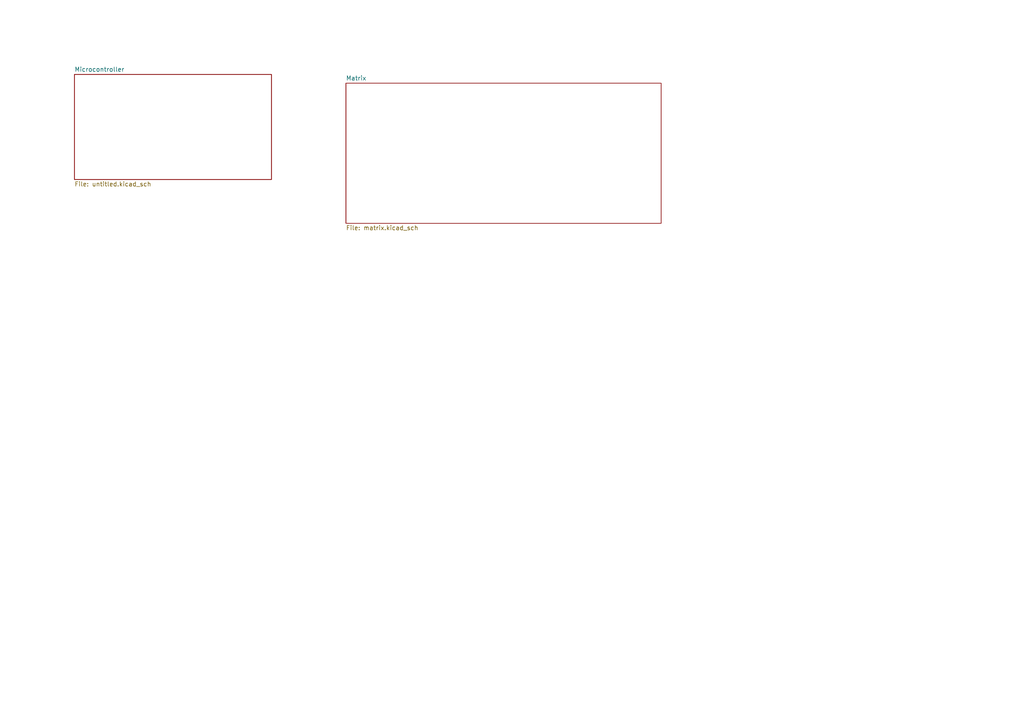
<source format=kicad_sch>
(kicad_sch
	(version 20231120)
	(generator "eeschema")
	(generator_version "8.0")
	(uuid "5a0b976f-d314-4fca-8ab0-732ea8a514fc")
	(paper "A4")
	(lib_symbols)
	(sheet
		(at 21.59 21.59)
		(size 57.15 30.48)
		(fields_autoplaced yes)
		(stroke
			(width 0.1524)
			(type solid)
		)
		(fill
			(color 0 0 0 0.0000)
		)
		(uuid "1c1519bd-c066-477c-a904-4026770e74a9")
		(property "Sheetname" "Microcontroller"
			(at 21.59 20.8784 0)
			(effects
				(font
					(size 1.27 1.27)
				)
				(justify left bottom)
			)
		)
		(property "Sheetfile" "untitled.kicad_sch"
			(at 21.59 52.6546 0)
			(effects
				(font
					(size 1.27 1.27)
				)
				(justify left top)
			)
		)
		(instances
			(project "keyboard_pcb"
				(path "/5a0b976f-d314-4fca-8ab0-732ea8a514fc"
					(page "2")
				)
			)
		)
	)
	(sheet
		(at 100.33 24.13)
		(size 91.44 40.64)
		(fields_autoplaced yes)
		(stroke
			(width 0.1524)
			(type solid)
		)
		(fill
			(color 0 0 0 0.0000)
		)
		(uuid "a8e39055-a26b-42b9-b581-42b61b3ed0e5")
		(property "Sheetname" "Matrix"
			(at 100.33 23.4184 0)
			(effects
				(font
					(size 1.27 1.27)
				)
				(justify left bottom)
			)
		)
		(property "Sheetfile" "matrix.kicad_sch"
			(at 100.33 65.3546 0)
			(effects
				(font
					(size 1.27 1.27)
				)
				(justify left top)
			)
		)
		(instances
			(project "keyboard_pcb"
				(path "/5a0b976f-d314-4fca-8ab0-732ea8a514fc"
					(page "3")
				)
			)
		)
	)
	(sheet_instances
		(path "/"
			(page "1")
		)
	)
)

</source>
